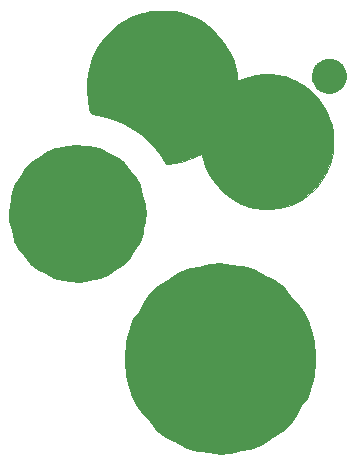
<source format=gbr>
G04 #@! TF.GenerationSoftware,KiCad,Pcbnew,(5.0.0)*
G04 #@! TF.CreationDate,2018-08-31T01:49:10-05:00*
G04 #@! TF.ProjectId,OSHWA Addon,4F53485741204164646F6E2E6B696361,rev?*
G04 #@! TF.SameCoordinates,Original*
G04 #@! TF.FileFunction,Soldermask,Top*
G04 #@! TF.FilePolarity,Negative*
%FSLAX46Y46*%
G04 Gerber Fmt 4.6, Leading zero omitted, Abs format (unit mm)*
G04 Created by KiCad (PCBNEW (5.0.0)) date 08/31/18 01:49:10*
%MOMM*%
%LPD*%
G01*
G04 APERTURE LIST*
%ADD10C,2.600000*%
%ADD11C,5.000000*%
%ADD12C,4.000000*%
%ADD13C,7.200000*%
%ADD14C,10.500000*%
%ADD15C,0.010000*%
%ADD16R,2.100000X2.100000*%
%ADD17O,2.100000X2.100000*%
%ADD18R,2.200000X2.200000*%
%ADD19C,2.200000*%
%ADD20C,2.000000*%
%ADD21O,2.000000X2.000000*%
G04 APERTURE END LIST*
D10*
X29402636Y-5068208D02*
G75*
G03X29402636Y-5068208I-193001J0D01*
G01*
D11*
X16737771Y-6043297D02*
G75*
G03X16737771Y-6043297I-1642827J0D01*
G01*
D12*
X25871784Y-10622036D02*
G75*
G03X25871784Y-10622036I-1886669J0D01*
G01*
D13*
X10167702Y-16696430D02*
G75*
G03X10167702Y-16696430I-2260202J0D01*
G01*
D14*
X22867699Y-29000000D02*
G75*
G03X22867699Y-29000000I-2867699J0D01*
G01*
D15*
G04 #@! TO.C,G\002A\002A\002A*
G36*
X15308795Y503567D02*
X15654812Y490966D01*
X15959103Y467500D01*
X16129429Y445326D01*
X16831967Y289339D01*
X17504192Y55353D01*
X18142595Y-254317D01*
X18743667Y-637360D01*
X19303901Y-1091462D01*
X19819788Y-1614309D01*
X20287820Y-2203590D01*
X20405769Y-2374143D01*
X20739055Y-2935828D01*
X21016119Y-3538432D01*
X21230285Y-4163556D01*
X21374875Y-4792802D01*
X21427964Y-5190770D01*
X21452126Y-5449373D01*
X21807635Y-5304434D01*
X22384468Y-5109080D01*
X22998334Y-4974172D01*
X23630275Y-4901295D01*
X24261332Y-4892037D01*
X24872546Y-4947984D01*
X25238269Y-5017281D01*
X25446315Y-5075883D01*
X25702043Y-5163348D01*
X25978282Y-5268975D01*
X26247861Y-5382062D01*
X26483609Y-5491906D01*
X26602620Y-5554676D01*
X27179081Y-5926674D01*
X27705612Y-6360223D01*
X28177301Y-6848246D01*
X28589237Y-7383666D01*
X28936508Y-7959407D01*
X29214203Y-8568394D01*
X29417409Y-9203550D01*
X29529784Y-9771910D01*
X29550702Y-9995395D01*
X29560996Y-10277008D01*
X29561378Y-10594483D01*
X29552560Y-10925554D01*
X29535253Y-11247954D01*
X29510170Y-11539417D01*
X29478022Y-11777677D01*
X29463219Y-11853666D01*
X29281448Y-12507643D01*
X29033319Y-13114540D01*
X28714317Y-13682742D01*
X28319921Y-14220634D01*
X27986813Y-14593777D01*
X27512071Y-15044503D01*
X27026317Y-15417260D01*
X26518023Y-15718748D01*
X25975664Y-15955662D01*
X25387713Y-16134700D01*
X25297400Y-16156391D01*
X25023862Y-16206148D01*
X24691769Y-16244970D01*
X24326664Y-16271705D01*
X23954093Y-16285197D01*
X23599599Y-16284294D01*
X23288727Y-16267842D01*
X23155500Y-16253132D01*
X22794944Y-16187327D01*
X22402742Y-16088468D01*
X22019307Y-15967838D01*
X21721832Y-15852894D01*
X21155675Y-15564021D01*
X20622665Y-15204835D01*
X20129920Y-14783952D01*
X19684560Y-14309987D01*
X19293702Y-13791554D01*
X18964467Y-13237270D01*
X18703972Y-12655749D01*
X18519337Y-12055606D01*
X18495049Y-11947867D01*
X18458692Y-11790833D01*
X18425859Y-11673241D01*
X18401897Y-11613378D01*
X18396148Y-11609608D01*
X18350436Y-11632905D01*
X18246647Y-11686083D01*
X18102001Y-11760312D01*
X17990833Y-11817412D01*
X17359827Y-12095769D01*
X16691740Y-12303988D01*
X16003366Y-12437248D01*
X15722785Y-12468777D01*
X15402071Y-12497232D01*
X15226814Y-12202231D01*
X14851199Y-11638685D01*
X14404776Y-11087009D01*
X14024386Y-10689500D01*
X20714002Y-10689500D01*
X20751686Y-11236555D01*
X20862627Y-11742405D01*
X21048718Y-12211404D01*
X21311853Y-12647909D01*
X21653927Y-13056276D01*
X21809728Y-13209401D01*
X22201694Y-13527152D01*
X22615806Y-13766154D01*
X23058557Y-13928728D01*
X23536437Y-14017199D01*
X24055936Y-14033887D01*
X24108000Y-14031809D01*
X24332423Y-14013125D01*
X24569780Y-13979939D01*
X24776879Y-13938590D01*
X24820412Y-13927291D01*
X25298030Y-13751904D01*
X25738893Y-13504680D01*
X26136315Y-13192931D01*
X26483606Y-12823968D01*
X26774081Y-12405102D01*
X27001050Y-11943644D01*
X27157826Y-11446907D01*
X27179267Y-11348448D01*
X27216317Y-11077507D01*
X27231956Y-10759135D01*
X27226986Y-10422825D01*
X27202206Y-10098072D01*
X27158419Y-9814367D01*
X27134906Y-9715833D01*
X26969008Y-9257182D01*
X26731797Y-8817662D01*
X26433611Y-8408521D01*
X26084792Y-8041005D01*
X25695676Y-7726363D01*
X25276604Y-7475843D01*
X24947678Y-7336385D01*
X24669590Y-7264033D01*
X24339872Y-7217590D01*
X23987943Y-7198478D01*
X23643224Y-7208120D01*
X23335132Y-7247939D01*
X23294617Y-7256442D01*
X22845516Y-7398396D01*
X22412834Y-7617298D01*
X22006813Y-7905655D01*
X21637695Y-8255973D01*
X21315721Y-8660760D01*
X21259066Y-8745765D01*
X21029446Y-9150365D01*
X20866359Y-9558234D01*
X20764387Y-9988700D01*
X20718110Y-10461089D01*
X20714002Y-10689500D01*
X14024386Y-10689500D01*
X13901381Y-10560960D01*
X13354854Y-10074294D01*
X12779030Y-9640767D01*
X12411937Y-9403832D01*
X11753679Y-9044152D01*
X11067179Y-8745300D01*
X10340013Y-8502818D01*
X9559755Y-8312251D01*
X9159556Y-8237371D01*
X9006613Y-8211342D01*
X8897942Y-7799421D01*
X8745189Y-7066143D01*
X8671071Y-6330011D01*
X8671495Y-6238843D01*
X11209262Y-6238843D01*
X11267620Y-6795397D01*
X11398446Y-7338978D01*
X11601965Y-7859792D01*
X11878403Y-8348043D01*
X11887205Y-8361166D01*
X12241895Y-8815778D01*
X12645980Y-9204175D01*
X13093574Y-9523644D01*
X13578790Y-9771474D01*
X14095742Y-9944954D01*
X14638542Y-10041373D01*
X15201305Y-10058018D01*
X15515443Y-10032399D01*
X16063056Y-9924661D01*
X16584367Y-9739468D01*
X17072497Y-9481775D01*
X17520565Y-9156535D01*
X17921691Y-8768704D01*
X18268993Y-8323235D01*
X18541764Y-7853279D01*
X18669689Y-7580851D01*
X18765792Y-7336637D01*
X18834274Y-7100262D01*
X18879335Y-6851353D01*
X18905175Y-6569536D01*
X18915995Y-6234440D01*
X18917080Y-6032833D01*
X18915999Y-5753659D01*
X18912044Y-5540977D01*
X18903364Y-5376614D01*
X18888105Y-5242402D01*
X18864414Y-5120170D01*
X18830438Y-4991748D01*
X18800766Y-4892442D01*
X18602236Y-4372245D01*
X18337243Y-3880937D01*
X18014046Y-3427432D01*
X17640905Y-3020641D01*
X17226078Y-2669480D01*
X16777826Y-2382859D01*
X16304408Y-2169694D01*
X16264873Y-2155798D01*
X15731738Y-2015741D01*
X15188595Y-1956372D01*
X14645460Y-1977299D01*
X14112351Y-2078125D01*
X13599286Y-2258458D01*
X13593675Y-2260934D01*
X13266179Y-2436181D01*
X12924175Y-2673728D01*
X12586247Y-2957943D01*
X12270979Y-3273193D01*
X11996955Y-3603847D01*
X11996612Y-3604309D01*
X11696008Y-4078802D01*
X11466746Y-4589296D01*
X11309050Y-5125998D01*
X11223147Y-5679112D01*
X11209262Y-6238843D01*
X8671495Y-6238843D01*
X8674482Y-5598203D01*
X8754316Y-4877901D01*
X8909466Y-4176283D01*
X9138827Y-3500530D01*
X9441292Y-2857821D01*
X9733897Y-2374143D01*
X10188786Y-1766618D01*
X10692216Y-1225244D01*
X11240801Y-752251D01*
X11831159Y-349871D01*
X12459905Y-20335D01*
X13123657Y234127D01*
X13819030Y411284D01*
X14010237Y445326D01*
X14271773Y476183D01*
X14592137Y496176D01*
X14946190Y505304D01*
X15308795Y503567D01*
X15308795Y503567D01*
G37*
X15308795Y503567D02*
X15654812Y490966D01*
X15959103Y467500D01*
X16129429Y445326D01*
X16831967Y289339D01*
X17504192Y55353D01*
X18142595Y-254317D01*
X18743667Y-637360D01*
X19303901Y-1091462D01*
X19819788Y-1614309D01*
X20287820Y-2203590D01*
X20405769Y-2374143D01*
X20739055Y-2935828D01*
X21016119Y-3538432D01*
X21230285Y-4163556D01*
X21374875Y-4792802D01*
X21427964Y-5190770D01*
X21452126Y-5449373D01*
X21807635Y-5304434D01*
X22384468Y-5109080D01*
X22998334Y-4974172D01*
X23630275Y-4901295D01*
X24261332Y-4892037D01*
X24872546Y-4947984D01*
X25238269Y-5017281D01*
X25446315Y-5075883D01*
X25702043Y-5163348D01*
X25978282Y-5268975D01*
X26247861Y-5382062D01*
X26483609Y-5491906D01*
X26602620Y-5554676D01*
X27179081Y-5926674D01*
X27705612Y-6360223D01*
X28177301Y-6848246D01*
X28589237Y-7383666D01*
X28936508Y-7959407D01*
X29214203Y-8568394D01*
X29417409Y-9203550D01*
X29529784Y-9771910D01*
X29550702Y-9995395D01*
X29560996Y-10277008D01*
X29561378Y-10594483D01*
X29552560Y-10925554D01*
X29535253Y-11247954D01*
X29510170Y-11539417D01*
X29478022Y-11777677D01*
X29463219Y-11853666D01*
X29281448Y-12507643D01*
X29033319Y-13114540D01*
X28714317Y-13682742D01*
X28319921Y-14220634D01*
X27986813Y-14593777D01*
X27512071Y-15044503D01*
X27026317Y-15417260D01*
X26518023Y-15718748D01*
X25975664Y-15955662D01*
X25387713Y-16134700D01*
X25297400Y-16156391D01*
X25023862Y-16206148D01*
X24691769Y-16244970D01*
X24326664Y-16271705D01*
X23954093Y-16285197D01*
X23599599Y-16284294D01*
X23288727Y-16267842D01*
X23155500Y-16253132D01*
X22794944Y-16187327D01*
X22402742Y-16088468D01*
X22019307Y-15967838D01*
X21721832Y-15852894D01*
X21155675Y-15564021D01*
X20622665Y-15204835D01*
X20129920Y-14783952D01*
X19684560Y-14309987D01*
X19293702Y-13791554D01*
X18964467Y-13237270D01*
X18703972Y-12655749D01*
X18519337Y-12055606D01*
X18495049Y-11947867D01*
X18458692Y-11790833D01*
X18425859Y-11673241D01*
X18401897Y-11613378D01*
X18396148Y-11609608D01*
X18350436Y-11632905D01*
X18246647Y-11686083D01*
X18102001Y-11760312D01*
X17990833Y-11817412D01*
X17359827Y-12095769D01*
X16691740Y-12303988D01*
X16003366Y-12437248D01*
X15722785Y-12468777D01*
X15402071Y-12497232D01*
X15226814Y-12202231D01*
X14851199Y-11638685D01*
X14404776Y-11087009D01*
X14024386Y-10689500D01*
X20714002Y-10689500D01*
X20751686Y-11236555D01*
X20862627Y-11742405D01*
X21048718Y-12211404D01*
X21311853Y-12647909D01*
X21653927Y-13056276D01*
X21809728Y-13209401D01*
X22201694Y-13527152D01*
X22615806Y-13766154D01*
X23058557Y-13928728D01*
X23536437Y-14017199D01*
X24055936Y-14033887D01*
X24108000Y-14031809D01*
X24332423Y-14013125D01*
X24569780Y-13979939D01*
X24776879Y-13938590D01*
X24820412Y-13927291D01*
X25298030Y-13751904D01*
X25738893Y-13504680D01*
X26136315Y-13192931D01*
X26483606Y-12823968D01*
X26774081Y-12405102D01*
X27001050Y-11943644D01*
X27157826Y-11446907D01*
X27179267Y-11348448D01*
X27216317Y-11077507D01*
X27231956Y-10759135D01*
X27226986Y-10422825D01*
X27202206Y-10098072D01*
X27158419Y-9814367D01*
X27134906Y-9715833D01*
X26969008Y-9257182D01*
X26731797Y-8817662D01*
X26433611Y-8408521D01*
X26084792Y-8041005D01*
X25695676Y-7726363D01*
X25276604Y-7475843D01*
X24947678Y-7336385D01*
X24669590Y-7264033D01*
X24339872Y-7217590D01*
X23987943Y-7198478D01*
X23643224Y-7208120D01*
X23335132Y-7247939D01*
X23294617Y-7256442D01*
X22845516Y-7398396D01*
X22412834Y-7617298D01*
X22006813Y-7905655D01*
X21637695Y-8255973D01*
X21315721Y-8660760D01*
X21259066Y-8745765D01*
X21029446Y-9150365D01*
X20866359Y-9558234D01*
X20764387Y-9988700D01*
X20718110Y-10461089D01*
X20714002Y-10689500D01*
X14024386Y-10689500D01*
X13901381Y-10560960D01*
X13354854Y-10074294D01*
X12779030Y-9640767D01*
X12411937Y-9403832D01*
X11753679Y-9044152D01*
X11067179Y-8745300D01*
X10340013Y-8502818D01*
X9559755Y-8312251D01*
X9159556Y-8237371D01*
X9006613Y-8211342D01*
X8897942Y-7799421D01*
X8745189Y-7066143D01*
X8671071Y-6330011D01*
X8671495Y-6238843D01*
X11209262Y-6238843D01*
X11267620Y-6795397D01*
X11398446Y-7338978D01*
X11601965Y-7859792D01*
X11878403Y-8348043D01*
X11887205Y-8361166D01*
X12241895Y-8815778D01*
X12645980Y-9204175D01*
X13093574Y-9523644D01*
X13578790Y-9771474D01*
X14095742Y-9944954D01*
X14638542Y-10041373D01*
X15201305Y-10058018D01*
X15515443Y-10032399D01*
X16063056Y-9924661D01*
X16584367Y-9739468D01*
X17072497Y-9481775D01*
X17520565Y-9156535D01*
X17921691Y-8768704D01*
X18268993Y-8323235D01*
X18541764Y-7853279D01*
X18669689Y-7580851D01*
X18765792Y-7336637D01*
X18834274Y-7100262D01*
X18879335Y-6851353D01*
X18905175Y-6569536D01*
X18915995Y-6234440D01*
X18917080Y-6032833D01*
X18915999Y-5753659D01*
X18912044Y-5540977D01*
X18903364Y-5376614D01*
X18888105Y-5242402D01*
X18864414Y-5120170D01*
X18830438Y-4991748D01*
X18800766Y-4892442D01*
X18602236Y-4372245D01*
X18337243Y-3880937D01*
X18014046Y-3427432D01*
X17640905Y-3020641D01*
X17226078Y-2669480D01*
X16777826Y-2382859D01*
X16304408Y-2169694D01*
X16264873Y-2155798D01*
X15731738Y-2015741D01*
X15188595Y-1956372D01*
X14645460Y-1977299D01*
X14112351Y-2078125D01*
X13599286Y-2258458D01*
X13593675Y-2260934D01*
X13266179Y-2436181D01*
X12924175Y-2673728D01*
X12586247Y-2957943D01*
X12270979Y-3273193D01*
X11996955Y-3603847D01*
X11996612Y-3604309D01*
X11696008Y-4078802D01*
X11466746Y-4589296D01*
X11309050Y-5125998D01*
X11223147Y-5679112D01*
X11209262Y-6238843D01*
X8671495Y-6238843D01*
X8674482Y-5598203D01*
X8754316Y-4877901D01*
X8909466Y-4176283D01*
X9138827Y-3500530D01*
X9441292Y-2857821D01*
X9733897Y-2374143D01*
X10188786Y-1766618D01*
X10692216Y-1225244D01*
X11240801Y-752251D01*
X11831159Y-349871D01*
X12459905Y-20335D01*
X13123657Y234127D01*
X13819030Y411284D01*
X14010237Y445326D01*
X14271773Y476183D01*
X14592137Y496176D01*
X14946190Y505304D01*
X15308795Y503567D01*
G04 #@! TD*
D16*
G04 #@! TO.C,J1*
X18730000Y-27730000D03*
D17*
X21270000Y-27730000D03*
X18730000Y-30270000D03*
X21270000Y-30270000D03*
G04 #@! TD*
D18*
G04 #@! TO.C,D1*
X25255115Y-10622036D03*
D19*
X22715115Y-10622036D03*
G04 #@! TD*
D20*
G04 #@! TO.C,R1*
X7909315Y-20296430D03*
D21*
X7909315Y-12676430D03*
G04 #@! TD*
M02*

</source>
